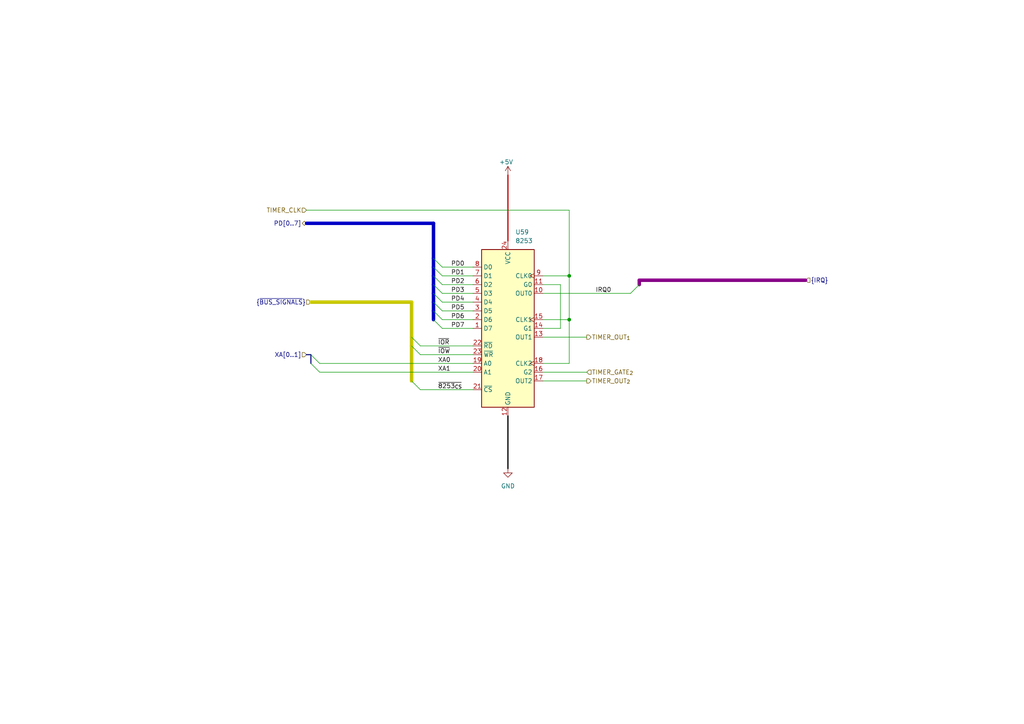
<source format=kicad_sch>
(kicad_sch (version 20250114) (generator "eeschema") (generator_version "9.0")
  (paper "A4")
  (lib_symbols
    (symbol "Timer:8253"
      (property "Reference" "U" (at -5.08 24.13 0))
      (property "Value" "8253" (at 2.54 24.13 0))
      (symbol "8253_0_1"
        (rectangle (start -7.62 -22.86) (end 7.62 22.86) (stroke (width 0.254)) (fill (type background)))
      )
      (symbol "8253_1_1"
        (pin bidirectional line (at -10.16 17.78 0) (length 2.54) (name "D0") (number "8"))
        (pin bidirectional line (at -10.16 15.24 0) (length 2.54) (name "D1") (number "7"))
        (pin bidirectional line (at -10.16 12.7 0) (length 2.54) (name "D2") (number "6"))
        (pin bidirectional line (at -10.16 10.16 0) (length 2.54) (name "D3") (number "5"))
        (pin bidirectional line (at -10.16 7.62 0) (length 2.54) (name "D4") (number "4"))
        (pin bidirectional line (at -10.16 5.08 0) (length 2.54) (name "D5") (number "3"))
        (pin bidirectional line (at -10.16 2.54 0) (length 2.54) (name "D6") (number "2"))
        (pin bidirectional line (at -10.16 0 0) (length 2.54) (name "D7") (number "1"))
        (pin input line (at -10.16 -5.08 0) (length 2.54) (name "~{RD}") (number "22"))
        (pin input line (at -10.16 -7.62 0) (length 2.54) (name "~{WR}") (number "23"))
        (pin input line (at -10.16 -10.16 0) (length 2.54) (name "A0") (number "19"))
        (pin input line (at -10.16 -12.7 0) (length 2.54) (name "A1") (number "20"))
        (pin input line (at -10.16 -17.78 0) (length 2.54) (name "~{CS}") (number "21"))
        (pin power_in line (at 0 25.4 270) (length 2.54) (name "VCC") (number "24"))
        (pin power_in line (at 0 -25.4 90) (length 2.54) (name "GND") (number "12"))
        (pin input clock (at 10.16 15.24 180) (length 2.54) (name "CLK0") (number "9"))
        (pin input line (at 10.16 12.7 180) (length 2.54) (name "G0") (number "11"))
        (pin output line (at 10.16 10.16 180) (length 2.54) (name "OUT0") (number "10"))
        (pin input clock (at 10.16 2.54 180) (length 2.54) (name "CLK1") (number "15"))
        (pin input line (at 10.16 0 180) (length 2.54) (name "G1") (number "14"))
        (pin output line (at 10.16 -2.54 180) (length 2.54) (name "OUT1") (number "13"))
        (pin input clock (at 10.16 -10.16 180) (length 2.54) (name "CLK2") (number "18"))
        (pin input line (at 10.16 -12.7 180) (length 2.54) (name "G2") (number "16"))
        (pin output line (at 10.16 -15.24 180) (length 2.54) (name "OUT2") (number "17"))
      )
    )
    (symbol "power:+5V" (power) (pin_numbers (hide yes)) (pin_names (offset 0) (hide yes))
      (property "Value" "+5V" (at 0 3.556 0))
      (symbol "+5V_0_1"
        (polyline (pts (xy -0.762 1.27) (xy 0 2.54)))
        (polyline (pts (xy 0 2.54) (xy 0.762 1.27)))
        (polyline (pts (xy 0 0) (xy 0 2.54)))
      )
      (symbol "+5V_1_1"
        (pin power_in line (at 0 0 90) (length 0) (name "~") (number "1"))
      )
    )
    (symbol "power:GND" (power) (pin_numbers (hide yes)) (pin_names (offset 0) (hide yes))
      (property "Value" "GND" (at 0 -3.81 0))
      (symbol "GND_0_1"
        (polyline (pts (xy 0 0) (xy 0 -1.27) (xy 1.27 -1.27) (xy 0 -2.54) (xy -1.27 -1.27) (xy 0 -1.27)))
      )
      (symbol "GND_1_1"
        (pin power_in line (at 0 0 270) (length 0) (name "~") (number "1"))
      )
    )
  )
  (junction (at 165.1 80.01))
  (junction (at 165.1 92.71))
  (bus_entry (at 90.17 102.87) (size 2.54 2.54))
  (bus_entry (at 125.73 85.09) (size 2.54 2.54))
  (bus_entry (at 125.73 74.93) (size 2.54 2.54))
  (bus_entry (at 119.38 97.79) (size 2.54 2.54))
  (bus_entry (at 90.17 105.41) (size 2.54 2.54))
  (bus_entry (at 125.73 77.47) (size 2.54 2.54))
  (bus_entry (at 125.73 87.63) (size 2.54 2.54))
  (bus_entry (at 125.73 90.17) (size 2.54 2.54))
  (bus_entry (at 125.73 82.55) (size 2.54 2.54))
  (bus_entry (at 125.73 80.01) (size 2.54 2.54))
  (bus_entry (at 119.38 110.49) (size 2.54 2.54))
  (bus_entry (at 119.38 100.33) (size 2.54 2.54))
  (bus_entry (at 185.42 82.55) (size -2.54 2.54))
  (bus_entry (at 125.73 92.71) (size 2.54 2.54))
  (wire (pts (xy 165.1 92.71) (xy 165.1 105.41)))
  (wire (pts (xy 157.48 85.09) (xy 182.88 85.09)))
  (bus (pts (xy 119.38 100.33) (xy 119.38 110.49)) (stroke (width 1) (color 194 194 0 1)))
  (wire (pts (xy 165.1 105.41) (xy 157.48 105.41)))
  (wire (pts (xy 88.9 60.96) (xy 165.1 60.96)))
  (wire (pts (xy 128.27 82.55) (xy 137.16 82.55)))
  (bus (pts (xy 125.73 87.63) (xy 125.73 90.17)) (stroke (width 1) (color 0 0 194 1)))
  (bus (pts (xy 125.73 82.55) (xy 125.73 85.09)) (stroke (width 1) (color 0 0 194 1)))
  (wire (pts (xy 121.92 100.33) (xy 137.16 100.33)))
  (wire (pts (xy 147.32 50.8) (xy 147.32 69.85)) (stroke (width 0.35) (color 194 0 0 1)))
  (wire (pts (xy 128.27 92.71) (xy 137.16 92.71)))
  (bus (pts (xy 125.73 85.09) (xy 125.73 87.63)) (stroke (width 1) (color 0 0 194 1)))
  (wire (pts (xy 162.56 82.55) (xy 162.56 95.25)))
  (wire (pts (xy 92.71 105.41) (xy 137.16 105.41)))
  (wire (pts (xy 165.1 60.96) (xy 165.1 80.01)))
  (bus (pts (xy 90.17 102.87) (xy 90.17 105.41)))
  (bus (pts (xy 119.38 97.79) (xy 119.38 100.33)) (stroke (width 1) (color 194 194 0 1)))
  (bus (pts (xy 125.73 90.17) (xy 125.73 92.71)) (stroke (width 1) (color 0 0 194 1)))
  (wire (pts (xy 128.27 95.25) (xy 137.16 95.25)))
  (wire (pts (xy 128.27 85.09) (xy 137.16 85.09)))
  (wire (pts (xy 128.27 77.47) (xy 137.16 77.47)))
  (wire (pts (xy 128.27 90.17) (xy 137.16 90.17)))
  (bus (pts (xy 185.42 81.28) (xy 185.42 82.55)) (stroke (width 1) (color 132 0 132 1)))
  (bus (pts (xy 88.9 64.77) (xy 125.73 64.77)) (stroke (width 1) (color 0 0 194 1)))
  (bus (pts (xy 88.9 102.87) (xy 90.17 102.87)))
  (bus (pts (xy 125.73 80.01) (xy 125.73 82.55)) (stroke (width 1) (color 0 0 194 1)))
  (bus (pts (xy 185.42 81.28) (xy 233.68 81.28)) (stroke (width 1) (color 132 0 132 1)))
  (wire (pts (xy 92.71 107.95) (xy 137.16 107.95)))
  (wire (pts (xy 162.56 95.25) (xy 157.48 95.25)))
  (wire (pts (xy 157.48 82.55) (xy 162.56 82.55)))
  (wire (pts (xy 128.27 80.01) (xy 137.16 80.01)))
  (wire (pts (xy 121.92 102.87) (xy 137.16 102.87)))
  (wire (pts (xy 157.48 107.95) (xy 170.18 107.95)))
  (bus (pts (xy 125.73 64.77) (xy 125.73 74.93)) (stroke (width 1) (color 0 0 194 1)))
  (bus (pts (xy 125.73 77.47) (xy 125.73 80.01)) (stroke (width 1) (color 0 0 194 1)))
  (wire (pts (xy 121.92 113.03) (xy 137.16 113.03)))
  (wire (pts (xy 157.48 97.79) (xy 170.18 97.79)))
  (bus (pts (xy 119.38 87.63) (xy 119.38 97.79)) (stroke (width 1) (color 194 194 0 1)))
  (wire (pts (xy 157.48 92.71) (xy 165.1 92.71)))
  (wire (pts (xy 157.48 110.49) (xy 170.18 110.49)))
  (bus (pts (xy 125.73 74.93) (xy 125.73 77.47)) (stroke (width 1) (color 0 0 194 1)))
  (wire (pts (xy 157.48 80.01) (xy 165.1 80.01)))
  (wire (pts (xy 147.32 120.65) (xy 147.32 135.89)) (stroke (width 0.35) (color 0 0 0 1)))
  (wire (pts (xy 128.27 87.63) (xy 137.16 87.63)))
  (wire (pts (xy 165.1 80.01) (xy 165.1 92.71)))
  (bus (pts (xy 90.17 87.63) (xy 119.38 87.63)) (stroke (width 1) (color 194 194 0 1)))
  (label "PD6" (at 130.81 92.71 0))
  (label "XA1" (at 127 107.95 0))
  (label "~{IOR}" (at 127 100.33 0))
  (label "XA0" (at 127 105.41 0))
  (label "PD4" (at 130.81 87.63 0))
  (label "PD1" (at 130.81 80.01 0))
  (label "PD2" (at 130.81 82.55 0))
  (label "PD0" (at 130.81 77.47 0))
  (label "PD7" (at 130.81 95.25 0))
  (label "~{IOW}" (at 127 102.87 0))
  (label "PD5" (at 130.81 90.17 0))
  (label "~{8253_{CS}}" (at 127 113.03 0))
  (label "IRQ0" (at 172.72 85.09 0))
  (label "PD3" (at 130.81 85.09 0))
  (hierarchical_label "TIMER_GATE_{2}" (shape input) (at 170.18 107.95 0))
  (hierarchical_label "{~{BUS_SIGNALS}}" (shape input) (at 90.17 87.63 180))
  (hierarchical_label "PD[0..7]" (shape bidirectional) (at 88.9 64.77 180))
  (hierarchical_label "TIMER_OUT_{2}" (shape output) (at 170.18 110.49 0))
  (hierarchical_label "XA[0..1]" (shape input) (at 88.9 102.87 180))
  (hierarchical_label "TIMER_CLK" (shape input) (at 88.9 60.96 180))
  (hierarchical_label "TIMER_OUT_{1}" (shape output) (at 170.18 97.79 0))
  (hierarchical_label "{IRQ}" (shape input) (at 233.68 81.28 0))
  (symbol (lib_id "power:GND") (at 147.32 135.89 0) (unit 1)
    (property "Reference" "#PWR038" (effects (hide yes)))
    (property "Value" "GND" (at 147.32 140.97 0))
    (property "Description" "Power symbol creates a global label with name \"GND\" , ground" (effects (hide yes)))
  )
  (symbol (lib_id "Timer:8253") (at 147.32 95.25 0) (unit 1)
    (property "Reference" "U59" (at 149.4633 67.31 0) (effects (justify left)))
    (property "Value" "8253" (at 149.4633 69.85 0) (effects (justify left)))
    (property "Footprint" "Package_DIP:DIP-24_W15.24mm" (effects (hide yes)))
    (property "Datasheet" "http://www.cpcwiki.eu/imgs/e/e3/8253.pdf" (effects (hide yes)))
    (property "Description" "Programmable Interval Timer, PDIP-24" (effects (hide yes)))
  )
  (symbol (lib_id "power:+5V") (at 147.32 50.8 0) (unit 1)
    (property "Reference" "#PWR083" (effects (hide yes)))
    (property "Value" "+5V" (at 146.812 46.99 0))
    (property "Description" "Power symbol creates a global label with name \"+5V\"" (effects (hide yes)))
  )
)
</source>
